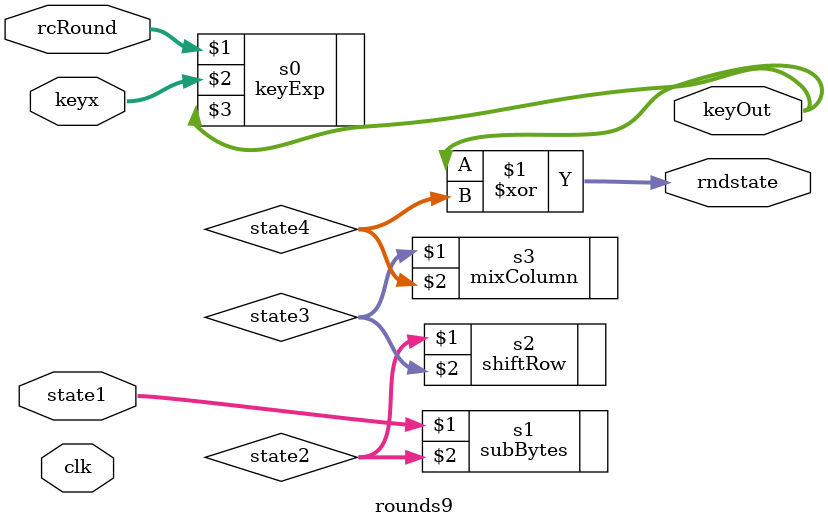
<source format=v>
/*************************************************************************** 
 ***                                                                     *** 
 *** EE 526 L Project                   Avinash Damse, Spring, 2023      *** 
 ***                                                                     *** 
 *** AES Encryption Decryption                                           *** 
 ***                                                                     *** 
 *************************************************************************** 
 ***  Filename: 9rounds.v    Created by Avinash Damse,     2nd May 2023  *** 
 ***     								         					 	 *** 
 ***************************************************************************/ 


`timescale 1ns / 1ps
module rounds9(clk,rcRound,keyx,keyOut,state1,rndstate);
input clk;
input [3:0] rcRound;
input [127:0] state1;
input [127:0] keyx;
output [127:0] keyOut;
output [127:0] rndstate;

wire [127:0] state2,state3,state4;

//1-9 rounds
keyExp s0(rcRound, keyx, keyOut);
subBytes s1(state1,state2);
shiftRow s2(state2,state3);
mixColumn s3(state3, state4);

assign rndstate= keyOut^state4;

endmodule


</source>
